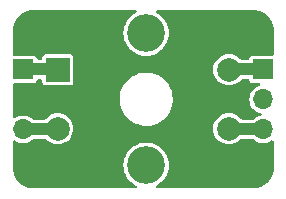
<source format=gtl>
%TF.GenerationSoftware,KiCad,Pcbnew,7.0.7*%
%TF.CreationDate,2023-09-18T16:45:26-04:00*%
%TF.ProjectId,Encoder Mount,456e636f-6465-4722-904d-6f756e742e6b,rev?*%
%TF.SameCoordinates,Original*%
%TF.FileFunction,Copper,L1,Top*%
%TF.FilePolarity,Positive*%
%FSLAX46Y46*%
G04 Gerber Fmt 4.6, Leading zero omitted, Abs format (unit mm)*
G04 Created by KiCad (PCBNEW 7.0.7) date 2023-09-18 16:45:26*
%MOMM*%
%LPD*%
G01*
G04 APERTURE LIST*
%TA.AperFunction,ComponentPad*%
%ADD10C,2.600000*%
%TD*%
%TA.AperFunction,ConnectorPad*%
%ADD11C,3.500000*%
%TD*%
%TA.AperFunction,ComponentPad*%
%ADD12R,2.000000X2.000000*%
%TD*%
%TA.AperFunction,ComponentPad*%
%ADD13C,2.000000*%
%TD*%
%TA.AperFunction,ComponentPad*%
%ADD14C,3.200000*%
%TD*%
%TA.AperFunction,ComponentPad*%
%ADD15R,1.700000X1.700000*%
%TD*%
%TA.AperFunction,ComponentPad*%
%ADD16O,1.700000X1.700000*%
%TD*%
%TA.AperFunction,Conductor*%
%ADD17C,1.000000*%
%TD*%
G04 APERTURE END LIST*
D10*
X90500000Y-94250000D03*
D11*
X90500000Y-94250000D03*
D10*
X109000000Y-94250000D03*
D11*
X109000000Y-94250000D03*
D12*
X92500000Y-97499999D03*
D13*
X92500000Y-102499999D03*
X92500000Y-99999999D03*
D14*
X100000000Y-94399999D03*
X100000000Y-105599999D03*
D13*
X107000000Y-102499999D03*
X107000000Y-97499999D03*
D10*
X109000000Y-105750000D03*
D11*
X109000000Y-105750000D03*
D15*
X109910000Y-97474999D03*
D16*
X109910000Y-100014999D03*
X109910000Y-102554999D03*
D15*
X89590000Y-97474999D03*
D16*
X89590000Y-100014999D03*
X89590000Y-102554999D03*
D10*
X90500000Y-105750000D03*
D11*
X90500000Y-105750000D03*
D17*
X89590000Y-97475000D02*
X92475000Y-97475000D01*
X89590000Y-102555000D02*
X92445000Y-102555000D01*
X109910000Y-97474999D02*
X109909999Y-97475000D01*
X109909999Y-97475000D02*
X107025000Y-97475000D01*
X109909999Y-102555000D02*
X107055000Y-102555000D01*
X109910000Y-102554999D02*
X109909999Y-102555000D01*
%TA.AperFunction,Conductor*%
G36*
X99144139Y-92470185D02*
G01*
X99189894Y-92522989D01*
X99199838Y-92592147D01*
X99170813Y-92655703D01*
X99136527Y-92683332D01*
X98959052Y-92780240D01*
X98959044Y-92780245D01*
X98739134Y-92944867D01*
X98739116Y-92944883D01*
X98544884Y-93139115D01*
X98544868Y-93139133D01*
X98380246Y-93359043D01*
X98380241Y-93359051D01*
X98248591Y-93600149D01*
X98211795Y-93698803D01*
X98152586Y-93857549D01*
X98152585Y-93857552D01*
X98152584Y-93857556D01*
X98094193Y-94125977D01*
X98094192Y-94125984D01*
X98074594Y-94399997D01*
X98074594Y-94400000D01*
X98094192Y-94674013D01*
X98094193Y-94674020D01*
X98152584Y-94942441D01*
X98152586Y-94942449D01*
X98229897Y-95149727D01*
X98248591Y-95199848D01*
X98380241Y-95440946D01*
X98380246Y-95440954D01*
X98544868Y-95660864D01*
X98544884Y-95660882D01*
X98739116Y-95855114D01*
X98739134Y-95855130D01*
X98959044Y-96019752D01*
X98959052Y-96019757D01*
X99200151Y-96151407D01*
X99200150Y-96151407D01*
X99200154Y-96151408D01*
X99200157Y-96151410D01*
X99457550Y-96247413D01*
X99725986Y-96305807D01*
X99980401Y-96324003D01*
X99999999Y-96325405D01*
X100000000Y-96325405D01*
X100000001Y-96325405D01*
X100018290Y-96324096D01*
X100274014Y-96305807D01*
X100542450Y-96247413D01*
X100799843Y-96151410D01*
X100799847Y-96151407D01*
X100799849Y-96151407D01*
X100920397Y-96085581D01*
X101040953Y-96019754D01*
X101260873Y-95855124D01*
X101455125Y-95660872D01*
X101619755Y-95440952D01*
X101751411Y-95199842D01*
X101847414Y-94942449D01*
X101905808Y-94674013D01*
X101925406Y-94399999D01*
X101905808Y-94125985D01*
X101847414Y-93857549D01*
X101751411Y-93600156D01*
X101751409Y-93600153D01*
X101751408Y-93600149D01*
X101619758Y-93359051D01*
X101619753Y-93359043D01*
X101455131Y-93139133D01*
X101455115Y-93139115D01*
X101260883Y-92944883D01*
X101260865Y-92944867D01*
X101040955Y-92780245D01*
X101040947Y-92780240D01*
X100863473Y-92683332D01*
X100814068Y-92633927D01*
X100799216Y-92565654D01*
X100823633Y-92500190D01*
X100879567Y-92458318D01*
X100922900Y-92450500D01*
X108990691Y-92450500D01*
X109047786Y-92450500D01*
X109052208Y-92450657D01*
X109290140Y-92467674D01*
X109307641Y-92470191D01*
X109534229Y-92519482D01*
X109551188Y-92524461D01*
X109626590Y-92552585D01*
X109768462Y-92605501D01*
X109784555Y-92612851D01*
X109988068Y-92723977D01*
X110002951Y-92733542D01*
X110188579Y-92872501D01*
X110201950Y-92884087D01*
X110365912Y-93048049D01*
X110377498Y-93061420D01*
X110516457Y-93247048D01*
X110526022Y-93261931D01*
X110637148Y-93465444D01*
X110644498Y-93481537D01*
X110725535Y-93698803D01*
X110730519Y-93715779D01*
X110779807Y-93942352D01*
X110782325Y-93959864D01*
X110799342Y-94197789D01*
X110799500Y-94202213D01*
X110799500Y-96180499D01*
X110779815Y-96247538D01*
X110727011Y-96293293D01*
X110675500Y-96304499D01*
X109022445Y-96304499D01*
X108975770Y-96310643D01*
X108873332Y-96358411D01*
X108793412Y-96438331D01*
X108745644Y-96540770D01*
X108744866Y-96546683D01*
X108716601Y-96610580D01*
X108658278Y-96649052D01*
X108621927Y-96654500D01*
X108073333Y-96654500D01*
X108006294Y-96634815D01*
X107985652Y-96618182D01*
X107949481Y-96582011D01*
X107852043Y-96484573D01*
X107852039Y-96484570D01*
X107852038Y-96484569D01*
X107662776Y-96352046D01*
X107662772Y-96352044D01*
X107605644Y-96325405D01*
X107453363Y-96254395D01*
X107453359Y-96254394D01*
X107453355Y-96254392D01*
X107230183Y-96194594D01*
X107230179Y-96194593D01*
X107230178Y-96194593D01*
X107230177Y-96194592D01*
X107230172Y-96194592D01*
X107000002Y-96174455D01*
X106999998Y-96174455D01*
X106769827Y-96194592D01*
X106769816Y-96194594D01*
X106546644Y-96254392D01*
X106546635Y-96254396D01*
X106337227Y-96352044D01*
X106337223Y-96352046D01*
X106147961Y-96484569D01*
X106147955Y-96484574D01*
X105984575Y-96647954D01*
X105984570Y-96647960D01*
X105852047Y-96837222D01*
X105852045Y-96837226D01*
X105754397Y-97046634D01*
X105754393Y-97046643D01*
X105694595Y-97269815D01*
X105694593Y-97269826D01*
X105674456Y-97499997D01*
X105674456Y-97500000D01*
X105694593Y-97730171D01*
X105694595Y-97730182D01*
X105754393Y-97953354D01*
X105754395Y-97953358D01*
X105754396Y-97953362D01*
X105803810Y-98059331D01*
X105852045Y-98162771D01*
X105852047Y-98162775D01*
X105984570Y-98352037D01*
X105984575Y-98352043D01*
X106147955Y-98515423D01*
X106147961Y-98515428D01*
X106337223Y-98647951D01*
X106337225Y-98647952D01*
X106337228Y-98647954D01*
X106546637Y-98745603D01*
X106769822Y-98805405D01*
X106934234Y-98819789D01*
X106999998Y-98825543D01*
X107000000Y-98825543D01*
X107000002Y-98825543D01*
X107057653Y-98820499D01*
X107230178Y-98805405D01*
X107453363Y-98745603D01*
X107662772Y-98647954D01*
X107852043Y-98515425D01*
X108015426Y-98352042D01*
X108016238Y-98350881D01*
X108017995Y-98348374D01*
X108072573Y-98304750D01*
X108119568Y-98295500D01*
X108621927Y-98295500D01*
X108688966Y-98315185D01*
X108734721Y-98367989D01*
X108744866Y-98403315D01*
X108745644Y-98409228D01*
X108756248Y-98431968D01*
X108793412Y-98511666D01*
X108873333Y-98591587D01*
X108975769Y-98639354D01*
X109022445Y-98645499D01*
X109541531Y-98645499D01*
X109608570Y-98665184D01*
X109654325Y-98717988D01*
X109664269Y-98787146D01*
X109635244Y-98850702D01*
X109586325Y-98885126D01*
X109386030Y-98962719D01*
X109386029Y-98962720D01*
X109201592Y-99076919D01*
X109041285Y-99223057D01*
X108910557Y-99396169D01*
X108813869Y-99590343D01*
X108813864Y-99590356D01*
X108754499Y-99798999D01*
X108734484Y-100014998D01*
X108734484Y-100014999D01*
X108754499Y-100230998D01*
X108813864Y-100439641D01*
X108813869Y-100439654D01*
X108910557Y-100633828D01*
X109041285Y-100806940D01*
X109179194Y-100932660D01*
X109201594Y-100953080D01*
X109386028Y-101067277D01*
X109588305Y-101145639D01*
X109681770Y-101163110D01*
X109744050Y-101194778D01*
X109779323Y-101255091D01*
X109776389Y-101324899D01*
X109736180Y-101382039D01*
X109681770Y-101406887D01*
X109588305Y-101424359D01*
X109588302Y-101424359D01*
X109588302Y-101424360D01*
X109386030Y-101502720D01*
X109386029Y-101502720D01*
X109201592Y-101616919D01*
X109108113Y-101702137D01*
X109045309Y-101732754D01*
X109024575Y-101734500D01*
X108140575Y-101734500D01*
X108073536Y-101714815D01*
X108039001Y-101681625D01*
X108032837Y-101672822D01*
X108015426Y-101647956D01*
X107852043Y-101484573D01*
X107852041Y-101484572D01*
X107852038Y-101484569D01*
X107662776Y-101352046D01*
X107662772Y-101352044D01*
X107662771Y-101352043D01*
X107453363Y-101254395D01*
X107453359Y-101254394D01*
X107453355Y-101254392D01*
X107230183Y-101194594D01*
X107230179Y-101194593D01*
X107230178Y-101194593D01*
X107230177Y-101194592D01*
X107230172Y-101194592D01*
X107000002Y-101174455D01*
X106999998Y-101174455D01*
X106769827Y-101194592D01*
X106769816Y-101194594D01*
X106546644Y-101254392D01*
X106546637Y-101254394D01*
X106546637Y-101254395D01*
X106520194Y-101266725D01*
X106337227Y-101352044D01*
X106337223Y-101352046D01*
X106147961Y-101484569D01*
X106147955Y-101484574D01*
X105984575Y-101647954D01*
X105984570Y-101647960D01*
X105852047Y-101837222D01*
X105852045Y-101837226D01*
X105754397Y-102046634D01*
X105754393Y-102046643D01*
X105694595Y-102269815D01*
X105694593Y-102269826D01*
X105674456Y-102499997D01*
X105674456Y-102500000D01*
X105694593Y-102730171D01*
X105694595Y-102730182D01*
X105754393Y-102953354D01*
X105754395Y-102953358D01*
X105754396Y-102953362D01*
X105852045Y-103162770D01*
X105852045Y-103162771D01*
X105852047Y-103162775D01*
X105984570Y-103352037D01*
X105984575Y-103352043D01*
X106147955Y-103515423D01*
X106147961Y-103515428D01*
X106337223Y-103647951D01*
X106337225Y-103647952D01*
X106337228Y-103647954D01*
X106546637Y-103745603D01*
X106769822Y-103805405D01*
X106934234Y-103819789D01*
X106999998Y-103825543D01*
X107000000Y-103825543D01*
X107000002Y-103825543D01*
X107057544Y-103820508D01*
X107230178Y-103805405D01*
X107453363Y-103745603D01*
X107662772Y-103647954D01*
X107852043Y-103515425D01*
X107955649Y-103411819D01*
X108016972Y-103378334D01*
X108043330Y-103375500D01*
X109024577Y-103375500D01*
X109091616Y-103395185D01*
X109108115Y-103407863D01*
X109201594Y-103493080D01*
X109386028Y-103607277D01*
X109588305Y-103685639D01*
X109801537Y-103725499D01*
X109801539Y-103725499D01*
X110018461Y-103725499D01*
X110018463Y-103725499D01*
X110231695Y-103685639D01*
X110433972Y-103607277D01*
X110610223Y-103498146D01*
X110677582Y-103479591D01*
X110744281Y-103500399D01*
X110789143Y-103553964D01*
X110799499Y-103603574D01*
X110799498Y-105792044D01*
X110799500Y-105792054D01*
X110799500Y-105797786D01*
X110799342Y-105802210D01*
X110782325Y-106040135D01*
X110779807Y-106057647D01*
X110730519Y-106284220D01*
X110725535Y-106301196D01*
X110644498Y-106518462D01*
X110637148Y-106534555D01*
X110526022Y-106738068D01*
X110516457Y-106752951D01*
X110377498Y-106938579D01*
X110365912Y-106951950D01*
X110201950Y-107115912D01*
X110188579Y-107127498D01*
X110002951Y-107266457D01*
X109988068Y-107276022D01*
X109784555Y-107387148D01*
X109768462Y-107394498D01*
X109551196Y-107475535D01*
X109534220Y-107480519D01*
X109307647Y-107529807D01*
X109290135Y-107532325D01*
X109073672Y-107547806D01*
X109052208Y-107549342D01*
X109047786Y-107549500D01*
X100922896Y-107549500D01*
X100855857Y-107529815D01*
X100810102Y-107477011D01*
X100800158Y-107407853D01*
X100829183Y-107344297D01*
X100863469Y-107316668D01*
X100970433Y-107258260D01*
X101040953Y-107219754D01*
X101260873Y-107055124D01*
X101455125Y-106860872D01*
X101619755Y-106640952D01*
X101751411Y-106399842D01*
X101847414Y-106142449D01*
X101905808Y-105874013D01*
X101925406Y-105599999D01*
X101905808Y-105325985D01*
X101847414Y-105057549D01*
X101751411Y-104800156D01*
X101751409Y-104800153D01*
X101751408Y-104800149D01*
X101619758Y-104559051D01*
X101619753Y-104559043D01*
X101455131Y-104339133D01*
X101455115Y-104339115D01*
X101260883Y-104144883D01*
X101260865Y-104144867D01*
X101040955Y-103980245D01*
X101040947Y-103980240D01*
X100799848Y-103848590D01*
X100799849Y-103848590D01*
X100684065Y-103805405D01*
X100542450Y-103752585D01*
X100542443Y-103752583D01*
X100542442Y-103752583D01*
X100274021Y-103694192D01*
X100274014Y-103694191D01*
X100000001Y-103674593D01*
X99999999Y-103674593D01*
X99725985Y-103694191D01*
X99725978Y-103694192D01*
X99457557Y-103752583D01*
X99457553Y-103752584D01*
X99457550Y-103752585D01*
X99328853Y-103800586D01*
X99200150Y-103848590D01*
X98959052Y-103980240D01*
X98959044Y-103980245D01*
X98739134Y-104144867D01*
X98739116Y-104144883D01*
X98544884Y-104339115D01*
X98544868Y-104339133D01*
X98380246Y-104559043D01*
X98380241Y-104559051D01*
X98248591Y-104800149D01*
X98200587Y-104928852D01*
X98152586Y-105057549D01*
X98152585Y-105057552D01*
X98152584Y-105057556D01*
X98094193Y-105325977D01*
X98094192Y-105325984D01*
X98074594Y-105599997D01*
X98074594Y-105600000D01*
X98094192Y-105874013D01*
X98094193Y-105874020D01*
X98152584Y-106142441D01*
X98152586Y-106142449D01*
X98205464Y-106284220D01*
X98248591Y-106399848D01*
X98380241Y-106640946D01*
X98380246Y-106640954D01*
X98544868Y-106860864D01*
X98544884Y-106860882D01*
X98739116Y-107055114D01*
X98739134Y-107055130D01*
X98959044Y-107219752D01*
X98959052Y-107219757D01*
X99136531Y-107316668D01*
X99185936Y-107366073D01*
X99200788Y-107434346D01*
X99176371Y-107499810D01*
X99120438Y-107541682D01*
X99077104Y-107549500D01*
X90452214Y-107549500D01*
X90447791Y-107549342D01*
X90423680Y-107547617D01*
X90209864Y-107532325D01*
X90192352Y-107529807D01*
X89965779Y-107480519D01*
X89948803Y-107475535D01*
X89731537Y-107394498D01*
X89715444Y-107387148D01*
X89511931Y-107276022D01*
X89497048Y-107266457D01*
X89311420Y-107127498D01*
X89298049Y-107115912D01*
X89134087Y-106951950D01*
X89122501Y-106938579D01*
X88983542Y-106752951D01*
X88973977Y-106738068D01*
X88862851Y-106534555D01*
X88855501Y-106518462D01*
X88811260Y-106399848D01*
X88774461Y-106301188D01*
X88769482Y-106284229D01*
X88720191Y-106057641D01*
X88717674Y-106040135D01*
X88711145Y-105948849D01*
X88700657Y-105802208D01*
X88700500Y-105797786D01*
X88700500Y-103603574D01*
X88720185Y-103536535D01*
X88772989Y-103490780D01*
X88842147Y-103480836D01*
X88889776Y-103498146D01*
X89066028Y-103607277D01*
X89268305Y-103685639D01*
X89481537Y-103725499D01*
X89481539Y-103725499D01*
X89698461Y-103725499D01*
X89698463Y-103725499D01*
X89911695Y-103685639D01*
X90113972Y-103607277D01*
X90298406Y-103493080D01*
X90391883Y-103407863D01*
X90454689Y-103377246D01*
X90475423Y-103375500D01*
X91456670Y-103375500D01*
X91523709Y-103395185D01*
X91544351Y-103411819D01*
X91647955Y-103515423D01*
X91647961Y-103515428D01*
X91837223Y-103647951D01*
X91837225Y-103647952D01*
X91837228Y-103647954D01*
X92046637Y-103745603D01*
X92269822Y-103805405D01*
X92434234Y-103819789D01*
X92499998Y-103825543D01*
X92500000Y-103825543D01*
X92500002Y-103825543D01*
X92557544Y-103820508D01*
X92730178Y-103805405D01*
X92953363Y-103745603D01*
X93162772Y-103647954D01*
X93352043Y-103515425D01*
X93515426Y-103352042D01*
X93647955Y-103162771D01*
X93745604Y-102953362D01*
X93805406Y-102730177D01*
X93825544Y-102499999D01*
X93805406Y-102269821D01*
X93745604Y-102046636D01*
X93647955Y-101837227D01*
X93647953Y-101837224D01*
X93647952Y-101837222D01*
X93515429Y-101647960D01*
X93515424Y-101647954D01*
X93352044Y-101484574D01*
X93352038Y-101484569D01*
X93162776Y-101352046D01*
X93162772Y-101352044D01*
X92953363Y-101254395D01*
X92953359Y-101254394D01*
X92953355Y-101254392D01*
X92730183Y-101194594D01*
X92730179Y-101194593D01*
X92730178Y-101194593D01*
X92730177Y-101194592D01*
X92730172Y-101194592D01*
X92500002Y-101174455D01*
X92499998Y-101174455D01*
X92269827Y-101194592D01*
X92269816Y-101194594D01*
X92046644Y-101254392D01*
X92046637Y-101254394D01*
X92046637Y-101254395D01*
X92020194Y-101266725D01*
X91837227Y-101352044D01*
X91837223Y-101352046D01*
X91647961Y-101484569D01*
X91647955Y-101484574D01*
X91484577Y-101647952D01*
X91460999Y-101681625D01*
X91406422Y-101725249D01*
X91359425Y-101734500D01*
X90475425Y-101734500D01*
X90408386Y-101714815D01*
X90391887Y-101702137D01*
X90298407Y-101616919D01*
X90298406Y-101616918D01*
X90113972Y-101502721D01*
X89911695Y-101424359D01*
X89698463Y-101384499D01*
X89481537Y-101384499D01*
X89268305Y-101424359D01*
X89268302Y-101424359D01*
X89268302Y-101424360D01*
X89066030Y-101502720D01*
X89066024Y-101502722D01*
X88889777Y-101611850D01*
X88822416Y-101630405D01*
X88755717Y-101609597D01*
X88710856Y-101556032D01*
X88700500Y-101506423D01*
X88700500Y-100075372D01*
X97745723Y-100075372D01*
X97775881Y-100375159D01*
X97775882Y-100375161D01*
X97845728Y-100668251D01*
X97845733Y-100668265D01*
X97954020Y-100949426D01*
X97954024Y-100949435D01*
X98098825Y-101213664D01*
X98098829Y-101213670D01*
X98224697Y-101384499D01*
X98277554Y-101456237D01*
X98428051Y-101611850D01*
X98487019Y-101672822D01*
X98723478Y-101859552D01*
X98723480Y-101859553D01*
X98723485Y-101859557D01*
X98982730Y-102013108D01*
X99260128Y-102130735D01*
X99550729Y-102210339D01*
X99849347Y-102250499D01*
X99849351Y-102250499D01*
X100075252Y-102250499D01*
X100239164Y-102239525D01*
X100300634Y-102235411D01*
X100595903Y-102175395D01*
X100880537Y-102076559D01*
X101149459Y-101940667D01*
X101397869Y-101770143D01*
X101621333Y-101568031D01*
X101815865Y-101337938D01*
X101977993Y-101083969D01*
X102104823Y-100810657D01*
X102194093Y-100522878D01*
X102244209Y-100225769D01*
X102254277Y-99924630D01*
X102224118Y-99624837D01*
X102154269Y-99331738D01*
X102045977Y-99050565D01*
X101901175Y-98786334D01*
X101722446Y-98543761D01*
X101512980Y-98327175D01*
X101389742Y-98229855D01*
X101276521Y-98140445D01*
X101276517Y-98140442D01*
X101276515Y-98140441D01*
X101017270Y-97986890D01*
X100739872Y-97869263D01*
X100739863Y-97869260D01*
X100449272Y-97789659D01*
X100374616Y-97779619D01*
X100150653Y-97749499D01*
X99924756Y-97749499D01*
X99924748Y-97749499D01*
X99699368Y-97764586D01*
X99699359Y-97764588D01*
X99404094Y-97824603D01*
X99119464Y-97923438D01*
X99119459Y-97923440D01*
X98850546Y-98059327D01*
X98602125Y-98229859D01*
X98378665Y-98431968D01*
X98184132Y-98662063D01*
X98022006Y-98916029D01*
X98022005Y-98916031D01*
X97947346Y-99076919D01*
X97895177Y-99189341D01*
X97895176Y-99189345D01*
X97805907Y-99477117D01*
X97755791Y-99774229D01*
X97745723Y-100075372D01*
X88700500Y-100075372D01*
X88700500Y-98769499D01*
X88720185Y-98702460D01*
X88772989Y-98656705D01*
X88824500Y-98645499D01*
X90477555Y-98645499D01*
X90493112Y-98643450D01*
X90524231Y-98639354D01*
X90626667Y-98591587D01*
X90706588Y-98511666D01*
X90754355Y-98409230D01*
X90755133Y-98403315D01*
X90783400Y-98339418D01*
X90841724Y-98300947D01*
X90878073Y-98295500D01*
X91055500Y-98295500D01*
X91122539Y-98315185D01*
X91168294Y-98367989D01*
X91179500Y-98419500D01*
X91179500Y-98537553D01*
X91185644Y-98584228D01*
X91185645Y-98584230D01*
X91233412Y-98686666D01*
X91313333Y-98766587D01*
X91415769Y-98814354D01*
X91462445Y-98820499D01*
X91462446Y-98820499D01*
X93537555Y-98820499D01*
X93553112Y-98818450D01*
X93584231Y-98814354D01*
X93686667Y-98766587D01*
X93766588Y-98686666D01*
X93814355Y-98584230D01*
X93820500Y-98537553D01*
X93820500Y-96462445D01*
X93814355Y-96415768D01*
X93766588Y-96313332D01*
X93686667Y-96233411D01*
X93584231Y-96185644D01*
X93584229Y-96185643D01*
X93584230Y-96185643D01*
X93537555Y-96179499D01*
X93537554Y-96179499D01*
X91462446Y-96179499D01*
X91462445Y-96179499D01*
X91415770Y-96185643D01*
X91313332Y-96233411D01*
X91233412Y-96313331D01*
X91185644Y-96415769D01*
X91179500Y-96462444D01*
X91179500Y-96530500D01*
X91159815Y-96597539D01*
X91107011Y-96643294D01*
X91055500Y-96654500D01*
X90878073Y-96654500D01*
X90811034Y-96634815D01*
X90765279Y-96582011D01*
X90755134Y-96546683D01*
X90754355Y-96540770D01*
X90754355Y-96540768D01*
X90706588Y-96438332D01*
X90626667Y-96358411D01*
X90524231Y-96310644D01*
X90524229Y-96310643D01*
X90524230Y-96310643D01*
X90477555Y-96304499D01*
X90477554Y-96304499D01*
X88824500Y-96304499D01*
X88757461Y-96284814D01*
X88711706Y-96232010D01*
X88700500Y-96180499D01*
X88700500Y-94202213D01*
X88700658Y-94197789D01*
X88717674Y-93959857D01*
X88720190Y-93942360D01*
X88769483Y-93715766D01*
X88774460Y-93698815D01*
X88855501Y-93481536D01*
X88862851Y-93465444D01*
X88920946Y-93359051D01*
X88973981Y-93261923D01*
X88983537Y-93247054D01*
X89122506Y-93061413D01*
X89134080Y-93048056D01*
X89298056Y-92884080D01*
X89311413Y-92872506D01*
X89497054Y-92733537D01*
X89511923Y-92723981D01*
X89715444Y-92612850D01*
X89731537Y-92605501D01*
X89948815Y-92524460D01*
X89965766Y-92519483D01*
X90192360Y-92470190D01*
X90209857Y-92467674D01*
X90447791Y-92450657D01*
X90452214Y-92450500D01*
X90509309Y-92450500D01*
X99077100Y-92450500D01*
X99144139Y-92470185D01*
G37*
%TD.AperFunction*%
M02*

</source>
